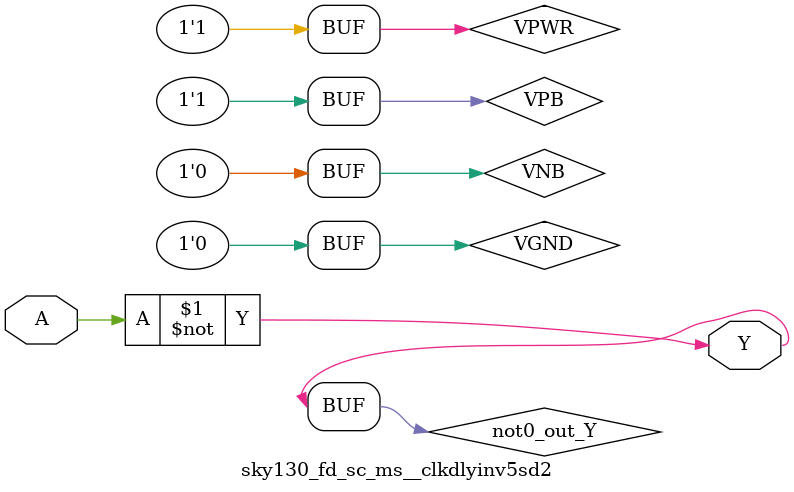
<source format=v>
/*
 * Copyright 2020 The SkyWater PDK Authors
 *
 * Licensed under the Apache License, Version 2.0 (the "License");
 * you may not use this file except in compliance with the License.
 * You may obtain a copy of the License at
 *
 *     https://www.apache.org/licenses/LICENSE-2.0
 *
 * Unless required by applicable law or agreed to in writing, software
 * distributed under the License is distributed on an "AS IS" BASIS,
 * WITHOUT WARRANTIES OR CONDITIONS OF ANY KIND, either express or implied.
 * See the License for the specific language governing permissions and
 * limitations under the License.
 *
 * SPDX-License-Identifier: Apache-2.0
*/


`ifndef SKY130_FD_SC_MS__CLKDLYINV5SD2_BEHAVIORAL_V
`define SKY130_FD_SC_MS__CLKDLYINV5SD2_BEHAVIORAL_V

/**
 * clkdlyinv5sd2: Clock Delay Inverter 5-stage 0.25um length inner
 *                stage gate.
 *
 * Verilog simulation functional model.
 */

`timescale 1ns / 1ps
`default_nettype none

`celldefine
module sky130_fd_sc_ms__clkdlyinv5sd2 (
    Y,
    A
);

    // Module ports
    output Y;
    input  A;

    // Module supplies
    supply1 VPWR;
    supply0 VGND;
    supply1 VPB ;
    supply0 VNB ;

    // Local signals
    wire not0_out_Y;

    //  Name  Output      Other arguments
    not not0 (not0_out_Y, A              );
    buf buf0 (Y         , not0_out_Y     );

endmodule
`endcelldefine

`default_nettype wire
`endif  // SKY130_FD_SC_MS__CLKDLYINV5SD2_BEHAVIORAL_V
</source>
